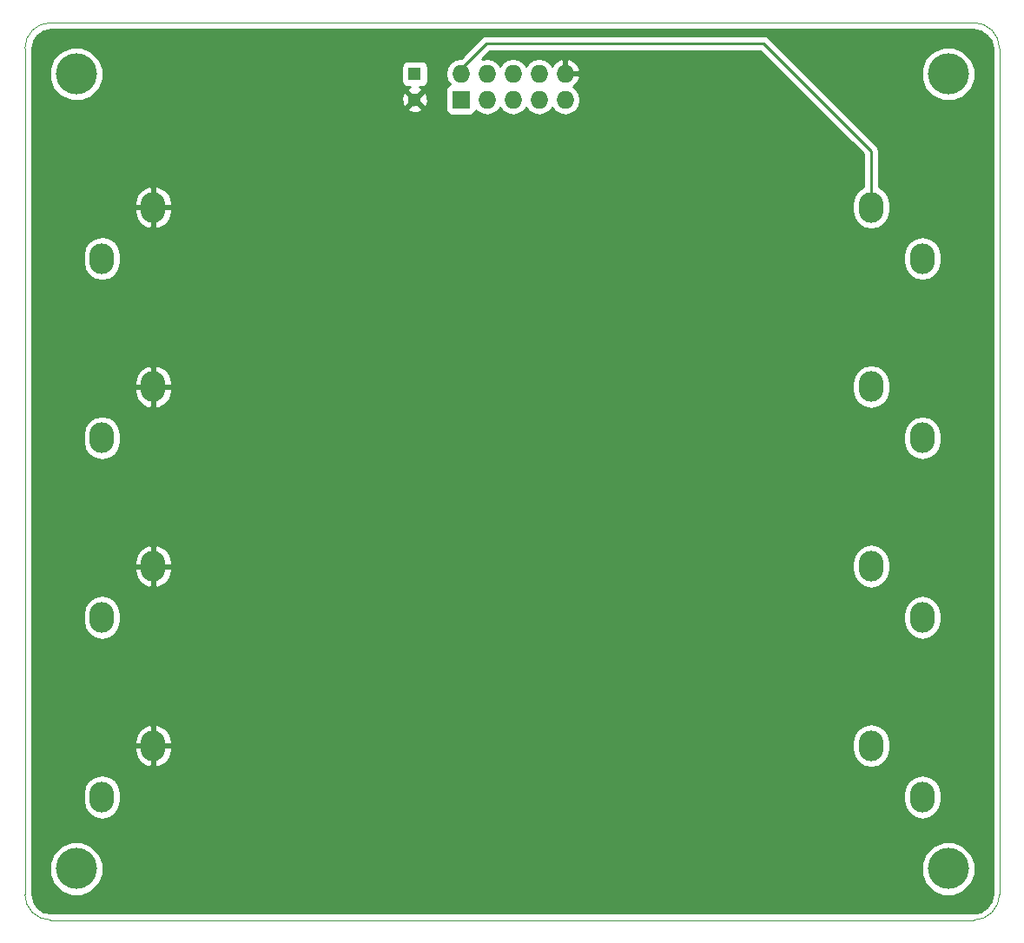
<source format=gbl>
G04 #@! TF.FileFunction,Copper,L2,Bot,Signal*
%FSLAX46Y46*%
G04 Gerber Fmt 4.6, Leading zero omitted, Abs format (unit mm)*
G04 Created by KiCad (PCBNEW (2015-01-16 BZR 5376)-product) date 26/03/2015 17:18:18*
%MOMM*%
G01*
G04 APERTURE LIST*
%ADD10C,0.100000*%
%ADD11R,1.300000X1.300000*%
%ADD12C,1.300000*%
%ADD13O,2.400000X3.000000*%
%ADD14R,1.727200X1.727200*%
%ADD15O,1.727200X1.727200*%
%ADD16C,4.000000*%
%ADD17C,0.254000*%
G04 APERTURE END LIST*
D10*
X85000000Y-127500000D02*
X85000000Y-130000000D01*
X180000000Y-127500000D02*
X180000000Y-130000000D01*
X85000000Y-125000000D02*
X85000000Y-127500000D01*
X180000000Y-125000000D02*
X180000000Y-127500000D01*
X85000000Y-125000000D02*
X85000000Y-47500000D01*
X177500000Y-132500000D02*
X87500000Y-132500000D01*
X180000000Y-47500000D02*
X180000000Y-125000000D01*
X87500000Y-45000000D02*
G75*
G03X85000000Y-47500000I0J-2500000D01*
G01*
X85000000Y-130000000D02*
G75*
G03X87500000Y-132500000I2500000J0D01*
G01*
X177500000Y-132500000D02*
G75*
G03X180000000Y-130000000I0J2500000D01*
G01*
X180000000Y-47500000D02*
G75*
G03X177500000Y-45000000I-2500000J0D01*
G01*
X87500000Y-45000000D02*
X177500000Y-45000000D01*
D11*
X123000000Y-50000000D03*
D12*
X123000000Y-52500000D03*
D13*
X97500000Y-63000000D03*
X92500000Y-68000000D03*
X167500000Y-63000000D03*
X172500000Y-68000000D03*
X97500000Y-80500000D03*
X92500000Y-85500000D03*
X167500000Y-80500000D03*
X172500000Y-85500000D03*
X97500000Y-98000000D03*
X92500000Y-103000000D03*
X167500000Y-98000000D03*
X172500000Y-103000000D03*
X97500000Y-115500000D03*
X92500000Y-120500000D03*
X167500000Y-115500000D03*
X172500000Y-120500000D03*
D14*
X127500000Y-52500000D03*
D15*
X127500000Y-49960000D03*
X130040000Y-52500000D03*
X130040000Y-49960000D03*
X132580000Y-52500000D03*
X132580000Y-49960000D03*
X135120000Y-52500000D03*
X135120000Y-49960000D03*
X137660000Y-52500000D03*
X137660000Y-49960000D03*
D16*
X90000000Y-50000000D03*
X175000000Y-50000000D03*
X90000000Y-127500000D03*
X175000000Y-127500000D03*
D17*
X167500000Y-57500000D02*
X167500000Y-63000000D01*
X157000000Y-47000000D02*
X167500000Y-57500000D01*
X130000000Y-47000000D02*
X157000000Y-47000000D01*
X127500000Y-49500000D02*
X130000000Y-47000000D01*
X127500000Y-49960000D02*
X127500000Y-49500000D01*
G36*
X179315000Y-129932532D02*
X179164442Y-130689435D01*
X178773908Y-131273910D01*
X178189434Y-131664443D01*
X177635457Y-131774635D01*
X177635457Y-126978166D01*
X177635457Y-49478166D01*
X177235147Y-48509342D01*
X176494557Y-47767458D01*
X175526433Y-47365458D01*
X174478166Y-47364543D01*
X173509342Y-47764853D01*
X172767458Y-48505443D01*
X172365458Y-49473567D01*
X172364543Y-50521834D01*
X172764853Y-51490658D01*
X173505443Y-52232542D01*
X174473567Y-52634542D01*
X175521834Y-52635457D01*
X176490658Y-52235147D01*
X177232542Y-51494557D01*
X177634542Y-50526433D01*
X177635457Y-49478166D01*
X177635457Y-126978166D01*
X177235147Y-126009342D01*
X176494557Y-125267458D01*
X175526433Y-124865458D01*
X174478166Y-124864543D01*
X174335000Y-124923697D01*
X174335000Y-120841827D01*
X174335000Y-120158173D01*
X174335000Y-103341827D01*
X174335000Y-102658173D01*
X174335000Y-85841827D01*
X174335000Y-85158173D01*
X174335000Y-68341827D01*
X174335000Y-67658173D01*
X174195319Y-66955949D01*
X173797541Y-66360632D01*
X173202224Y-65962854D01*
X172500000Y-65823173D01*
X171797776Y-65962854D01*
X171202459Y-66360632D01*
X170804681Y-66955949D01*
X170665000Y-67658173D01*
X170665000Y-68341827D01*
X170804681Y-69044051D01*
X171202459Y-69639368D01*
X171797776Y-70037146D01*
X172500000Y-70176827D01*
X173202224Y-70037146D01*
X173797541Y-69639368D01*
X174195319Y-69044051D01*
X174335000Y-68341827D01*
X174335000Y-85158173D01*
X174195319Y-84455949D01*
X173797541Y-83860632D01*
X173202224Y-83462854D01*
X172500000Y-83323173D01*
X171797776Y-83462854D01*
X171202459Y-83860632D01*
X170804681Y-84455949D01*
X170665000Y-85158173D01*
X170665000Y-85841827D01*
X170804681Y-86544051D01*
X171202459Y-87139368D01*
X171797776Y-87537146D01*
X172500000Y-87676827D01*
X173202224Y-87537146D01*
X173797541Y-87139368D01*
X174195319Y-86544051D01*
X174335000Y-85841827D01*
X174335000Y-102658173D01*
X174195319Y-101955949D01*
X173797541Y-101360632D01*
X173202224Y-100962854D01*
X172500000Y-100823173D01*
X171797776Y-100962854D01*
X171202459Y-101360632D01*
X170804681Y-101955949D01*
X170665000Y-102658173D01*
X170665000Y-103341827D01*
X170804681Y-104044051D01*
X171202459Y-104639368D01*
X171797776Y-105037146D01*
X172500000Y-105176827D01*
X173202224Y-105037146D01*
X173797541Y-104639368D01*
X174195319Y-104044051D01*
X174335000Y-103341827D01*
X174335000Y-120158173D01*
X174195319Y-119455949D01*
X173797541Y-118860632D01*
X173202224Y-118462854D01*
X172500000Y-118323173D01*
X171797776Y-118462854D01*
X171202459Y-118860632D01*
X170804681Y-119455949D01*
X170665000Y-120158173D01*
X170665000Y-120841827D01*
X170804681Y-121544051D01*
X171202459Y-122139368D01*
X171797776Y-122537146D01*
X172500000Y-122676827D01*
X173202224Y-122537146D01*
X173797541Y-122139368D01*
X174195319Y-121544051D01*
X174335000Y-120841827D01*
X174335000Y-124923697D01*
X173509342Y-125264853D01*
X172767458Y-126005443D01*
X172365458Y-126973567D01*
X172364543Y-128021834D01*
X172764853Y-128990658D01*
X173505443Y-129732542D01*
X174473567Y-130134542D01*
X175521834Y-130135457D01*
X176490658Y-129735147D01*
X177232542Y-128994557D01*
X177634542Y-128026433D01*
X177635457Y-126978166D01*
X177635457Y-131774635D01*
X177432532Y-131815000D01*
X169335000Y-131815000D01*
X169335000Y-115841827D01*
X169335000Y-115158173D01*
X169335000Y-98341827D01*
X169335000Y-97658173D01*
X169335000Y-80841827D01*
X169335000Y-80158173D01*
X169335000Y-63341827D01*
X169335000Y-62658173D01*
X169195319Y-61955949D01*
X168797541Y-61360632D01*
X168262000Y-61002795D01*
X168262000Y-57500000D01*
X168203996Y-57208395D01*
X168038815Y-56961185D01*
X168038815Y-56961184D01*
X157538815Y-46461185D01*
X157291605Y-46296004D01*
X157000000Y-46238000D01*
X130000000Y-46238000D01*
X129708395Y-46296004D01*
X129461185Y-46461185D01*
X127487927Y-48434442D01*
X126926511Y-48546115D01*
X126440330Y-48870971D01*
X126115474Y-49357152D01*
X126001400Y-49930641D01*
X126001400Y-49989359D01*
X126115474Y-50562848D01*
X126427300Y-51029529D01*
X126394277Y-51035937D01*
X126181473Y-51175727D01*
X126039023Y-51386760D01*
X125988960Y-51636400D01*
X125988960Y-53363600D01*
X126035937Y-53605723D01*
X126175727Y-53818527D01*
X126386760Y-53960977D01*
X126636400Y-54011040D01*
X128363600Y-54011040D01*
X128605723Y-53964063D01*
X128818527Y-53824273D01*
X128960977Y-53613240D01*
X128969179Y-53572340D01*
X128980330Y-53589029D01*
X129466511Y-53913885D01*
X130040000Y-54027959D01*
X130613489Y-53913885D01*
X131099670Y-53589029D01*
X131310000Y-53274248D01*
X131520330Y-53589029D01*
X132006511Y-53913885D01*
X132580000Y-54027959D01*
X133153489Y-53913885D01*
X133639670Y-53589029D01*
X133850000Y-53274248D01*
X134060330Y-53589029D01*
X134546511Y-53913885D01*
X135120000Y-54027959D01*
X135693489Y-53913885D01*
X136179670Y-53589029D01*
X136390000Y-53274248D01*
X136600330Y-53589029D01*
X137086511Y-53913885D01*
X137660000Y-54027959D01*
X138233489Y-53913885D01*
X138719670Y-53589029D01*
X139044526Y-53102848D01*
X139158600Y-52529359D01*
X139158600Y-52470641D01*
X139044526Y-51897152D01*
X138719670Y-51410971D01*
X138448839Y-51230007D01*
X138866821Y-50848490D01*
X139114968Y-50319027D01*
X139114968Y-49600973D01*
X138866821Y-49071510D01*
X138434947Y-48677312D01*
X138019026Y-48505042D01*
X137787000Y-48626183D01*
X137787000Y-49833000D01*
X138994469Y-49833000D01*
X139114968Y-49600973D01*
X139114968Y-50319027D01*
X138994469Y-50087000D01*
X137787000Y-50087000D01*
X137787000Y-50107000D01*
X137533000Y-50107000D01*
X137533000Y-50087000D01*
X137513000Y-50087000D01*
X137513000Y-49833000D01*
X137533000Y-49833000D01*
X137533000Y-48626183D01*
X137300974Y-48505042D01*
X136885053Y-48677312D01*
X136453179Y-49071510D01*
X136395663Y-49194228D01*
X136179670Y-48870971D01*
X135693489Y-48546115D01*
X135120000Y-48432041D01*
X134546511Y-48546115D01*
X134060330Y-48870971D01*
X133850000Y-49185751D01*
X133639670Y-48870971D01*
X133153489Y-48546115D01*
X132580000Y-48432041D01*
X132006511Y-48546115D01*
X131520330Y-48870971D01*
X131310000Y-49185751D01*
X131099670Y-48870971D01*
X130613489Y-48546115D01*
X130040000Y-48432041D01*
X129547655Y-48529974D01*
X130315630Y-47762000D01*
X156684369Y-47762000D01*
X166738000Y-57815630D01*
X166738000Y-61002795D01*
X166202459Y-61360632D01*
X165804681Y-61955949D01*
X165665000Y-62658173D01*
X165665000Y-63341827D01*
X165804681Y-64044051D01*
X166202459Y-64639368D01*
X166797776Y-65037146D01*
X167500000Y-65176827D01*
X168202224Y-65037146D01*
X168797541Y-64639368D01*
X169195319Y-64044051D01*
X169335000Y-63341827D01*
X169335000Y-80158173D01*
X169195319Y-79455949D01*
X168797541Y-78860632D01*
X168202224Y-78462854D01*
X167500000Y-78323173D01*
X166797776Y-78462854D01*
X166202459Y-78860632D01*
X165804681Y-79455949D01*
X165665000Y-80158173D01*
X165665000Y-80841827D01*
X165804681Y-81544051D01*
X166202459Y-82139368D01*
X166797776Y-82537146D01*
X167500000Y-82676827D01*
X168202224Y-82537146D01*
X168797541Y-82139368D01*
X169195319Y-81544051D01*
X169335000Y-80841827D01*
X169335000Y-97658173D01*
X169195319Y-96955949D01*
X168797541Y-96360632D01*
X168202224Y-95962854D01*
X167500000Y-95823173D01*
X166797776Y-95962854D01*
X166202459Y-96360632D01*
X165804681Y-96955949D01*
X165665000Y-97658173D01*
X165665000Y-98341827D01*
X165804681Y-99044051D01*
X166202459Y-99639368D01*
X166797776Y-100037146D01*
X167500000Y-100176827D01*
X168202224Y-100037146D01*
X168797541Y-99639368D01*
X169195319Y-99044051D01*
X169335000Y-98341827D01*
X169335000Y-115158173D01*
X169195319Y-114455949D01*
X168797541Y-113860632D01*
X168202224Y-113462854D01*
X167500000Y-113323173D01*
X166797776Y-113462854D01*
X166202459Y-113860632D01*
X165804681Y-114455949D01*
X165665000Y-115158173D01*
X165665000Y-115841827D01*
X165804681Y-116544051D01*
X166202459Y-117139368D01*
X166797776Y-117537146D01*
X167500000Y-117676827D01*
X168202224Y-117537146D01*
X168797541Y-117139368D01*
X169195319Y-116544051D01*
X169335000Y-115841827D01*
X169335000Y-131815000D01*
X124297622Y-131815000D01*
X124297622Y-52680922D01*
X124297440Y-52677777D01*
X124297440Y-50650000D01*
X124297440Y-49350000D01*
X124250463Y-49107877D01*
X124110673Y-48895073D01*
X123899640Y-48752623D01*
X123650000Y-48702560D01*
X122350000Y-48702560D01*
X122107877Y-48749537D01*
X121895073Y-48889327D01*
X121752623Y-49100360D01*
X121702560Y-49350000D01*
X121702560Y-50650000D01*
X121749537Y-50892123D01*
X121889327Y-51104927D01*
X122100360Y-51247377D01*
X122350000Y-51297440D01*
X122512385Y-51297440D01*
X122336271Y-51370389D01*
X122280590Y-51600984D01*
X123000000Y-52320395D01*
X123719410Y-51600984D01*
X123663729Y-51370389D01*
X123454098Y-51297440D01*
X123650000Y-51297440D01*
X123892123Y-51250463D01*
X124104927Y-51110673D01*
X124247377Y-50899640D01*
X124297440Y-50650000D01*
X124297440Y-52677777D01*
X124268083Y-52170572D01*
X124129611Y-51836271D01*
X123899016Y-51780590D01*
X123179605Y-52500000D01*
X123899016Y-53219410D01*
X124129611Y-53163729D01*
X124297622Y-52680922D01*
X124297622Y-131815000D01*
X123719410Y-131815000D01*
X123719410Y-53399016D01*
X123000000Y-52679605D01*
X122820395Y-52859210D01*
X122820395Y-52500000D01*
X122100984Y-51780590D01*
X121870389Y-51836271D01*
X121702378Y-52319078D01*
X121731917Y-52829428D01*
X121870389Y-53163729D01*
X122100984Y-53219410D01*
X122820395Y-52500000D01*
X122820395Y-52859210D01*
X122280590Y-53399016D01*
X122336271Y-53629611D01*
X122819078Y-53797622D01*
X123329428Y-53768083D01*
X123663729Y-53629611D01*
X123719410Y-53399016D01*
X123719410Y-131815000D01*
X99335000Y-131815000D01*
X99335000Y-115927000D01*
X99335000Y-115627000D01*
X99335000Y-115373000D01*
X99335000Y-115073000D01*
X99335000Y-98427000D01*
X99335000Y-98127000D01*
X99335000Y-97873000D01*
X99335000Y-97573000D01*
X99335000Y-80927000D01*
X99335000Y-80627000D01*
X99335000Y-80373000D01*
X99335000Y-80073000D01*
X99335000Y-63427000D01*
X99335000Y-63127000D01*
X99335000Y-62873000D01*
X99335000Y-62573000D01*
X99146718Y-61880443D01*
X98707738Y-61312656D01*
X98084891Y-60956080D01*
X97911805Y-60911805D01*
X97627000Y-61028568D01*
X97627000Y-62873000D01*
X99335000Y-62873000D01*
X99335000Y-63127000D01*
X97627000Y-63127000D01*
X97627000Y-64971432D01*
X97911805Y-65088195D01*
X98084891Y-65043920D01*
X98707738Y-64687344D01*
X99146718Y-64119557D01*
X99335000Y-63427000D01*
X99335000Y-80073000D01*
X99146718Y-79380443D01*
X98707738Y-78812656D01*
X98084891Y-78456080D01*
X97911805Y-78411805D01*
X97627000Y-78528568D01*
X97627000Y-80373000D01*
X99335000Y-80373000D01*
X99335000Y-80627000D01*
X97627000Y-80627000D01*
X97627000Y-82471432D01*
X97911805Y-82588195D01*
X98084891Y-82543920D01*
X98707738Y-82187344D01*
X99146718Y-81619557D01*
X99335000Y-80927000D01*
X99335000Y-97573000D01*
X99146718Y-96880443D01*
X98707738Y-96312656D01*
X98084891Y-95956080D01*
X97911805Y-95911805D01*
X97627000Y-96028568D01*
X97627000Y-97873000D01*
X99335000Y-97873000D01*
X99335000Y-98127000D01*
X97627000Y-98127000D01*
X97627000Y-99971432D01*
X97911805Y-100088195D01*
X98084891Y-100043920D01*
X98707738Y-99687344D01*
X99146718Y-99119557D01*
X99335000Y-98427000D01*
X99335000Y-115073000D01*
X99146718Y-114380443D01*
X98707738Y-113812656D01*
X98084891Y-113456080D01*
X97911805Y-113411805D01*
X97627000Y-113528568D01*
X97627000Y-115373000D01*
X99335000Y-115373000D01*
X99335000Y-115627000D01*
X97627000Y-115627000D01*
X97627000Y-117471432D01*
X97911805Y-117588195D01*
X98084891Y-117543920D01*
X98707738Y-117187344D01*
X99146718Y-116619557D01*
X99335000Y-115927000D01*
X99335000Y-131815000D01*
X97373000Y-131815000D01*
X97373000Y-117471432D01*
X97373000Y-115627000D01*
X97373000Y-115373000D01*
X97373000Y-113528568D01*
X97373000Y-99971432D01*
X97373000Y-98127000D01*
X97373000Y-97873000D01*
X97373000Y-96028568D01*
X97373000Y-82471432D01*
X97373000Y-80627000D01*
X97373000Y-80373000D01*
X97373000Y-78528568D01*
X97373000Y-64971432D01*
X97373000Y-63127000D01*
X97373000Y-62873000D01*
X97373000Y-61028568D01*
X97088195Y-60911805D01*
X96915109Y-60956080D01*
X96292262Y-61312656D01*
X95853282Y-61880443D01*
X95665000Y-62573000D01*
X95665000Y-62873000D01*
X97373000Y-62873000D01*
X97373000Y-63127000D01*
X95665000Y-63127000D01*
X95665000Y-63427000D01*
X95853282Y-64119557D01*
X96292262Y-64687344D01*
X96915109Y-65043920D01*
X97088195Y-65088195D01*
X97373000Y-64971432D01*
X97373000Y-78528568D01*
X97088195Y-78411805D01*
X96915109Y-78456080D01*
X96292262Y-78812656D01*
X95853282Y-79380443D01*
X95665000Y-80073000D01*
X95665000Y-80373000D01*
X97373000Y-80373000D01*
X97373000Y-80627000D01*
X95665000Y-80627000D01*
X95665000Y-80927000D01*
X95853282Y-81619557D01*
X96292262Y-82187344D01*
X96915109Y-82543920D01*
X97088195Y-82588195D01*
X97373000Y-82471432D01*
X97373000Y-96028568D01*
X97088195Y-95911805D01*
X96915109Y-95956080D01*
X96292262Y-96312656D01*
X95853282Y-96880443D01*
X95665000Y-97573000D01*
X95665000Y-97873000D01*
X97373000Y-97873000D01*
X97373000Y-98127000D01*
X95665000Y-98127000D01*
X95665000Y-98427000D01*
X95853282Y-99119557D01*
X96292262Y-99687344D01*
X96915109Y-100043920D01*
X97088195Y-100088195D01*
X97373000Y-99971432D01*
X97373000Y-113528568D01*
X97088195Y-113411805D01*
X96915109Y-113456080D01*
X96292262Y-113812656D01*
X95853282Y-114380443D01*
X95665000Y-115073000D01*
X95665000Y-115373000D01*
X97373000Y-115373000D01*
X97373000Y-115627000D01*
X95665000Y-115627000D01*
X95665000Y-115927000D01*
X95853282Y-116619557D01*
X96292262Y-117187344D01*
X96915109Y-117543920D01*
X97088195Y-117588195D01*
X97373000Y-117471432D01*
X97373000Y-131815000D01*
X94335000Y-131815000D01*
X94335000Y-120841827D01*
X94335000Y-120158173D01*
X94335000Y-103341827D01*
X94335000Y-102658173D01*
X94335000Y-85841827D01*
X94335000Y-85158173D01*
X94335000Y-68341827D01*
X94335000Y-67658173D01*
X94195319Y-66955949D01*
X93797541Y-66360632D01*
X93202224Y-65962854D01*
X92635457Y-65850117D01*
X92635457Y-49478166D01*
X92235147Y-48509342D01*
X91494557Y-47767458D01*
X90526433Y-47365458D01*
X89478166Y-47364543D01*
X88509342Y-47764853D01*
X87767458Y-48505443D01*
X87365458Y-49473567D01*
X87364543Y-50521834D01*
X87764853Y-51490658D01*
X88505443Y-52232542D01*
X89473567Y-52634542D01*
X90521834Y-52635457D01*
X91490658Y-52235147D01*
X92232542Y-51494557D01*
X92634542Y-50526433D01*
X92635457Y-49478166D01*
X92635457Y-65850117D01*
X92500000Y-65823173D01*
X91797776Y-65962854D01*
X91202459Y-66360632D01*
X90804681Y-66955949D01*
X90665000Y-67658173D01*
X90665000Y-68341827D01*
X90804681Y-69044051D01*
X91202459Y-69639368D01*
X91797776Y-70037146D01*
X92500000Y-70176827D01*
X93202224Y-70037146D01*
X93797541Y-69639368D01*
X94195319Y-69044051D01*
X94335000Y-68341827D01*
X94335000Y-85158173D01*
X94195319Y-84455949D01*
X93797541Y-83860632D01*
X93202224Y-83462854D01*
X92500000Y-83323173D01*
X91797776Y-83462854D01*
X91202459Y-83860632D01*
X90804681Y-84455949D01*
X90665000Y-85158173D01*
X90665000Y-85841827D01*
X90804681Y-86544051D01*
X91202459Y-87139368D01*
X91797776Y-87537146D01*
X92500000Y-87676827D01*
X93202224Y-87537146D01*
X93797541Y-87139368D01*
X94195319Y-86544051D01*
X94335000Y-85841827D01*
X94335000Y-102658173D01*
X94195319Y-101955949D01*
X93797541Y-101360632D01*
X93202224Y-100962854D01*
X92500000Y-100823173D01*
X91797776Y-100962854D01*
X91202459Y-101360632D01*
X90804681Y-101955949D01*
X90665000Y-102658173D01*
X90665000Y-103341827D01*
X90804681Y-104044051D01*
X91202459Y-104639368D01*
X91797776Y-105037146D01*
X92500000Y-105176827D01*
X93202224Y-105037146D01*
X93797541Y-104639368D01*
X94195319Y-104044051D01*
X94335000Y-103341827D01*
X94335000Y-120158173D01*
X94195319Y-119455949D01*
X93797541Y-118860632D01*
X93202224Y-118462854D01*
X92500000Y-118323173D01*
X91797776Y-118462854D01*
X91202459Y-118860632D01*
X90804681Y-119455949D01*
X90665000Y-120158173D01*
X90665000Y-120841827D01*
X90804681Y-121544051D01*
X91202459Y-122139368D01*
X91797776Y-122537146D01*
X92500000Y-122676827D01*
X93202224Y-122537146D01*
X93797541Y-122139368D01*
X94195319Y-121544051D01*
X94335000Y-120841827D01*
X94335000Y-131815000D01*
X92635457Y-131815000D01*
X92635457Y-126978166D01*
X92235147Y-126009342D01*
X91494557Y-125267458D01*
X90526433Y-124865458D01*
X89478166Y-124864543D01*
X88509342Y-125264853D01*
X87767458Y-126005443D01*
X87365458Y-126973567D01*
X87364543Y-128021834D01*
X87764853Y-128990658D01*
X88505443Y-129732542D01*
X89473567Y-130134542D01*
X90521834Y-130135457D01*
X91490658Y-129735147D01*
X92232542Y-128994557D01*
X92634542Y-128026433D01*
X92635457Y-126978166D01*
X92635457Y-131815000D01*
X87567467Y-131815000D01*
X86810564Y-131664442D01*
X86226089Y-131273908D01*
X85835556Y-130689434D01*
X85685000Y-129932532D01*
X85685000Y-127500000D01*
X85685000Y-125000000D01*
X85685000Y-47567467D01*
X85835556Y-46810565D01*
X86226089Y-46226091D01*
X86810564Y-45835557D01*
X87567467Y-45685000D01*
X177432532Y-45685000D01*
X178189434Y-45835556D01*
X178773908Y-46226089D01*
X179164442Y-46810564D01*
X179315000Y-47567467D01*
X179315000Y-125000000D01*
X179315000Y-127500000D01*
X179315000Y-129932532D01*
X179315000Y-129932532D01*
G37*
X179315000Y-129932532D02*
X179164442Y-130689435D01*
X178773908Y-131273910D01*
X178189434Y-131664443D01*
X177635457Y-131774635D01*
X177635457Y-126978166D01*
X177635457Y-49478166D01*
X177235147Y-48509342D01*
X176494557Y-47767458D01*
X175526433Y-47365458D01*
X174478166Y-47364543D01*
X173509342Y-47764853D01*
X172767458Y-48505443D01*
X172365458Y-49473567D01*
X172364543Y-50521834D01*
X172764853Y-51490658D01*
X173505443Y-52232542D01*
X174473567Y-52634542D01*
X175521834Y-52635457D01*
X176490658Y-52235147D01*
X177232542Y-51494557D01*
X177634542Y-50526433D01*
X177635457Y-49478166D01*
X177635457Y-126978166D01*
X177235147Y-126009342D01*
X176494557Y-125267458D01*
X175526433Y-124865458D01*
X174478166Y-124864543D01*
X174335000Y-124923697D01*
X174335000Y-120841827D01*
X174335000Y-120158173D01*
X174335000Y-103341827D01*
X174335000Y-102658173D01*
X174335000Y-85841827D01*
X174335000Y-85158173D01*
X174335000Y-68341827D01*
X174335000Y-67658173D01*
X174195319Y-66955949D01*
X173797541Y-66360632D01*
X173202224Y-65962854D01*
X172500000Y-65823173D01*
X171797776Y-65962854D01*
X171202459Y-66360632D01*
X170804681Y-66955949D01*
X170665000Y-67658173D01*
X170665000Y-68341827D01*
X170804681Y-69044051D01*
X171202459Y-69639368D01*
X171797776Y-70037146D01*
X172500000Y-70176827D01*
X173202224Y-70037146D01*
X173797541Y-69639368D01*
X174195319Y-69044051D01*
X174335000Y-68341827D01*
X174335000Y-85158173D01*
X174195319Y-84455949D01*
X173797541Y-83860632D01*
X173202224Y-83462854D01*
X172500000Y-83323173D01*
X171797776Y-83462854D01*
X171202459Y-83860632D01*
X170804681Y-84455949D01*
X170665000Y-85158173D01*
X170665000Y-85841827D01*
X170804681Y-86544051D01*
X171202459Y-87139368D01*
X171797776Y-87537146D01*
X172500000Y-87676827D01*
X173202224Y-87537146D01*
X173797541Y-87139368D01*
X174195319Y-86544051D01*
X174335000Y-85841827D01*
X174335000Y-102658173D01*
X174195319Y-101955949D01*
X173797541Y-101360632D01*
X173202224Y-100962854D01*
X172500000Y-100823173D01*
X171797776Y-100962854D01*
X171202459Y-101360632D01*
X170804681Y-101955949D01*
X170665000Y-102658173D01*
X170665000Y-103341827D01*
X170804681Y-104044051D01*
X171202459Y-104639368D01*
X171797776Y-105037146D01*
X172500000Y-105176827D01*
X173202224Y-105037146D01*
X173797541Y-104639368D01*
X174195319Y-104044051D01*
X174335000Y-103341827D01*
X174335000Y-120158173D01*
X174195319Y-119455949D01*
X173797541Y-118860632D01*
X173202224Y-118462854D01*
X172500000Y-118323173D01*
X171797776Y-118462854D01*
X171202459Y-118860632D01*
X170804681Y-119455949D01*
X170665000Y-120158173D01*
X170665000Y-120841827D01*
X170804681Y-121544051D01*
X171202459Y-122139368D01*
X171797776Y-122537146D01*
X172500000Y-122676827D01*
X173202224Y-122537146D01*
X173797541Y-122139368D01*
X174195319Y-121544051D01*
X174335000Y-120841827D01*
X174335000Y-124923697D01*
X173509342Y-125264853D01*
X172767458Y-126005443D01*
X172365458Y-126973567D01*
X172364543Y-128021834D01*
X172764853Y-128990658D01*
X173505443Y-129732542D01*
X174473567Y-130134542D01*
X175521834Y-130135457D01*
X176490658Y-129735147D01*
X177232542Y-128994557D01*
X177634542Y-128026433D01*
X177635457Y-126978166D01*
X177635457Y-131774635D01*
X177432532Y-131815000D01*
X169335000Y-131815000D01*
X169335000Y-115841827D01*
X169335000Y-115158173D01*
X169335000Y-98341827D01*
X169335000Y-97658173D01*
X169335000Y-80841827D01*
X169335000Y-80158173D01*
X169335000Y-63341827D01*
X169335000Y-62658173D01*
X169195319Y-61955949D01*
X168797541Y-61360632D01*
X168262000Y-61002795D01*
X168262000Y-57500000D01*
X168203996Y-57208395D01*
X168038815Y-56961185D01*
X168038815Y-56961184D01*
X157538815Y-46461185D01*
X157291605Y-46296004D01*
X157000000Y-46238000D01*
X130000000Y-46238000D01*
X129708395Y-46296004D01*
X129461185Y-46461185D01*
X127487927Y-48434442D01*
X126926511Y-48546115D01*
X126440330Y-48870971D01*
X126115474Y-49357152D01*
X126001400Y-49930641D01*
X126001400Y-49989359D01*
X126115474Y-50562848D01*
X126427300Y-51029529D01*
X126394277Y-51035937D01*
X126181473Y-51175727D01*
X126039023Y-51386760D01*
X125988960Y-51636400D01*
X125988960Y-53363600D01*
X126035937Y-53605723D01*
X126175727Y-53818527D01*
X126386760Y-53960977D01*
X126636400Y-54011040D01*
X128363600Y-54011040D01*
X128605723Y-53964063D01*
X128818527Y-53824273D01*
X128960977Y-53613240D01*
X128969179Y-53572340D01*
X128980330Y-53589029D01*
X129466511Y-53913885D01*
X130040000Y-54027959D01*
X130613489Y-53913885D01*
X131099670Y-53589029D01*
X131310000Y-53274248D01*
X131520330Y-53589029D01*
X132006511Y-53913885D01*
X132580000Y-54027959D01*
X133153489Y-53913885D01*
X133639670Y-53589029D01*
X133850000Y-53274248D01*
X134060330Y-53589029D01*
X134546511Y-53913885D01*
X135120000Y-54027959D01*
X135693489Y-53913885D01*
X136179670Y-53589029D01*
X136390000Y-53274248D01*
X136600330Y-53589029D01*
X137086511Y-53913885D01*
X137660000Y-54027959D01*
X138233489Y-53913885D01*
X138719670Y-53589029D01*
X139044526Y-53102848D01*
X139158600Y-52529359D01*
X139158600Y-52470641D01*
X139044526Y-51897152D01*
X138719670Y-51410971D01*
X138448839Y-51230007D01*
X138866821Y-50848490D01*
X139114968Y-50319027D01*
X139114968Y-49600973D01*
X138866821Y-49071510D01*
X138434947Y-48677312D01*
X138019026Y-48505042D01*
X137787000Y-48626183D01*
X137787000Y-49833000D01*
X138994469Y-49833000D01*
X139114968Y-49600973D01*
X139114968Y-50319027D01*
X138994469Y-50087000D01*
X137787000Y-50087000D01*
X137787000Y-50107000D01*
X137533000Y-50107000D01*
X137533000Y-50087000D01*
X137513000Y-50087000D01*
X137513000Y-49833000D01*
X137533000Y-49833000D01*
X137533000Y-48626183D01*
X137300974Y-48505042D01*
X136885053Y-48677312D01*
X136453179Y-49071510D01*
X136395663Y-49194228D01*
X136179670Y-48870971D01*
X135693489Y-48546115D01*
X135120000Y-48432041D01*
X134546511Y-48546115D01*
X134060330Y-48870971D01*
X133850000Y-49185751D01*
X133639670Y-48870971D01*
X133153489Y-48546115D01*
X132580000Y-48432041D01*
X132006511Y-48546115D01*
X131520330Y-48870971D01*
X131310000Y-49185751D01*
X131099670Y-48870971D01*
X130613489Y-48546115D01*
X130040000Y-48432041D01*
X129547655Y-48529974D01*
X130315630Y-47762000D01*
X156684369Y-47762000D01*
X166738000Y-57815630D01*
X166738000Y-61002795D01*
X166202459Y-61360632D01*
X165804681Y-61955949D01*
X165665000Y-62658173D01*
X165665000Y-63341827D01*
X165804681Y-64044051D01*
X166202459Y-64639368D01*
X166797776Y-65037146D01*
X167500000Y-65176827D01*
X168202224Y-65037146D01*
X168797541Y-64639368D01*
X169195319Y-64044051D01*
X169335000Y-63341827D01*
X169335000Y-80158173D01*
X169195319Y-79455949D01*
X168797541Y-78860632D01*
X168202224Y-78462854D01*
X167500000Y-78323173D01*
X166797776Y-78462854D01*
X166202459Y-78860632D01*
X165804681Y-79455949D01*
X165665000Y-80158173D01*
X165665000Y-80841827D01*
X165804681Y-81544051D01*
X166202459Y-82139368D01*
X166797776Y-82537146D01*
X167500000Y-82676827D01*
X168202224Y-82537146D01*
X168797541Y-82139368D01*
X169195319Y-81544051D01*
X169335000Y-80841827D01*
X169335000Y-97658173D01*
X169195319Y-96955949D01*
X168797541Y-96360632D01*
X168202224Y-95962854D01*
X167500000Y-95823173D01*
X166797776Y-95962854D01*
X166202459Y-96360632D01*
X165804681Y-96955949D01*
X165665000Y-97658173D01*
X165665000Y-98341827D01*
X165804681Y-99044051D01*
X166202459Y-99639368D01*
X166797776Y-100037146D01*
X167500000Y-100176827D01*
X168202224Y-100037146D01*
X168797541Y-99639368D01*
X169195319Y-99044051D01*
X169335000Y-98341827D01*
X169335000Y-115158173D01*
X169195319Y-114455949D01*
X168797541Y-113860632D01*
X168202224Y-113462854D01*
X167500000Y-113323173D01*
X166797776Y-113462854D01*
X166202459Y-113860632D01*
X165804681Y-114455949D01*
X165665000Y-115158173D01*
X165665000Y-115841827D01*
X165804681Y-116544051D01*
X166202459Y-117139368D01*
X166797776Y-117537146D01*
X167500000Y-117676827D01*
X168202224Y-117537146D01*
X168797541Y-117139368D01*
X169195319Y-116544051D01*
X169335000Y-115841827D01*
X169335000Y-131815000D01*
X124297622Y-131815000D01*
X124297622Y-52680922D01*
X124297440Y-52677777D01*
X124297440Y-50650000D01*
X124297440Y-49350000D01*
X124250463Y-49107877D01*
X124110673Y-48895073D01*
X123899640Y-48752623D01*
X123650000Y-48702560D01*
X122350000Y-48702560D01*
X122107877Y-48749537D01*
X121895073Y-48889327D01*
X121752623Y-49100360D01*
X121702560Y-49350000D01*
X121702560Y-50650000D01*
X121749537Y-50892123D01*
X121889327Y-51104927D01*
X122100360Y-51247377D01*
X122350000Y-51297440D01*
X122512385Y-51297440D01*
X122336271Y-51370389D01*
X122280590Y-51600984D01*
X123000000Y-52320395D01*
X123719410Y-51600984D01*
X123663729Y-51370389D01*
X123454098Y-51297440D01*
X123650000Y-51297440D01*
X123892123Y-51250463D01*
X124104927Y-51110673D01*
X124247377Y-50899640D01*
X124297440Y-50650000D01*
X124297440Y-52677777D01*
X124268083Y-52170572D01*
X124129611Y-51836271D01*
X123899016Y-51780590D01*
X123179605Y-52500000D01*
X123899016Y-53219410D01*
X124129611Y-53163729D01*
X124297622Y-52680922D01*
X124297622Y-131815000D01*
X123719410Y-131815000D01*
X123719410Y-53399016D01*
X123000000Y-52679605D01*
X122820395Y-52859210D01*
X122820395Y-52500000D01*
X122100984Y-51780590D01*
X121870389Y-51836271D01*
X121702378Y-52319078D01*
X121731917Y-52829428D01*
X121870389Y-53163729D01*
X122100984Y-53219410D01*
X122820395Y-52500000D01*
X122820395Y-52859210D01*
X122280590Y-53399016D01*
X122336271Y-53629611D01*
X122819078Y-53797622D01*
X123329428Y-53768083D01*
X123663729Y-53629611D01*
X123719410Y-53399016D01*
X123719410Y-131815000D01*
X99335000Y-131815000D01*
X99335000Y-115927000D01*
X99335000Y-115627000D01*
X99335000Y-115373000D01*
X99335000Y-115073000D01*
X99335000Y-98427000D01*
X99335000Y-98127000D01*
X99335000Y-97873000D01*
X99335000Y-97573000D01*
X99335000Y-80927000D01*
X99335000Y-80627000D01*
X99335000Y-80373000D01*
X99335000Y-80073000D01*
X99335000Y-63427000D01*
X99335000Y-63127000D01*
X99335000Y-62873000D01*
X99335000Y-62573000D01*
X99146718Y-61880443D01*
X98707738Y-61312656D01*
X98084891Y-60956080D01*
X97911805Y-60911805D01*
X97627000Y-61028568D01*
X97627000Y-62873000D01*
X99335000Y-62873000D01*
X99335000Y-63127000D01*
X97627000Y-63127000D01*
X97627000Y-64971432D01*
X97911805Y-65088195D01*
X98084891Y-65043920D01*
X98707738Y-64687344D01*
X99146718Y-64119557D01*
X99335000Y-63427000D01*
X99335000Y-80073000D01*
X99146718Y-79380443D01*
X98707738Y-78812656D01*
X98084891Y-78456080D01*
X97911805Y-78411805D01*
X97627000Y-78528568D01*
X97627000Y-80373000D01*
X99335000Y-80373000D01*
X99335000Y-80627000D01*
X97627000Y-80627000D01*
X97627000Y-82471432D01*
X97911805Y-82588195D01*
X98084891Y-82543920D01*
X98707738Y-82187344D01*
X99146718Y-81619557D01*
X99335000Y-80927000D01*
X99335000Y-97573000D01*
X99146718Y-96880443D01*
X98707738Y-96312656D01*
X98084891Y-95956080D01*
X97911805Y-95911805D01*
X97627000Y-96028568D01*
X97627000Y-97873000D01*
X99335000Y-97873000D01*
X99335000Y-98127000D01*
X97627000Y-98127000D01*
X97627000Y-99971432D01*
X97911805Y-100088195D01*
X98084891Y-100043920D01*
X98707738Y-99687344D01*
X99146718Y-99119557D01*
X99335000Y-98427000D01*
X99335000Y-115073000D01*
X99146718Y-114380443D01*
X98707738Y-113812656D01*
X98084891Y-113456080D01*
X97911805Y-113411805D01*
X97627000Y-113528568D01*
X97627000Y-115373000D01*
X99335000Y-115373000D01*
X99335000Y-115627000D01*
X97627000Y-115627000D01*
X97627000Y-117471432D01*
X97911805Y-117588195D01*
X98084891Y-117543920D01*
X98707738Y-117187344D01*
X99146718Y-116619557D01*
X99335000Y-115927000D01*
X99335000Y-131815000D01*
X97373000Y-131815000D01*
X97373000Y-117471432D01*
X97373000Y-115627000D01*
X97373000Y-115373000D01*
X97373000Y-113528568D01*
X97373000Y-99971432D01*
X97373000Y-98127000D01*
X97373000Y-97873000D01*
X97373000Y-96028568D01*
X97373000Y-82471432D01*
X97373000Y-80627000D01*
X97373000Y-80373000D01*
X97373000Y-78528568D01*
X97373000Y-64971432D01*
X97373000Y-63127000D01*
X97373000Y-62873000D01*
X97373000Y-61028568D01*
X97088195Y-60911805D01*
X96915109Y-60956080D01*
X96292262Y-61312656D01*
X95853282Y-61880443D01*
X95665000Y-62573000D01*
X95665000Y-62873000D01*
X97373000Y-62873000D01*
X97373000Y-63127000D01*
X95665000Y-63127000D01*
X95665000Y-63427000D01*
X95853282Y-64119557D01*
X96292262Y-64687344D01*
X96915109Y-65043920D01*
X97088195Y-65088195D01*
X97373000Y-64971432D01*
X97373000Y-78528568D01*
X97088195Y-78411805D01*
X96915109Y-78456080D01*
X96292262Y-78812656D01*
X95853282Y-79380443D01*
X95665000Y-80073000D01*
X95665000Y-80373000D01*
X97373000Y-80373000D01*
X97373000Y-80627000D01*
X95665000Y-80627000D01*
X95665000Y-80927000D01*
X95853282Y-81619557D01*
X96292262Y-82187344D01*
X96915109Y-82543920D01*
X97088195Y-82588195D01*
X97373000Y-82471432D01*
X97373000Y-96028568D01*
X97088195Y-95911805D01*
X96915109Y-95956080D01*
X96292262Y-96312656D01*
X95853282Y-96880443D01*
X95665000Y-97573000D01*
X95665000Y-97873000D01*
X97373000Y-97873000D01*
X97373000Y-98127000D01*
X95665000Y-98127000D01*
X95665000Y-98427000D01*
X95853282Y-99119557D01*
X96292262Y-99687344D01*
X96915109Y-100043920D01*
X97088195Y-100088195D01*
X97373000Y-99971432D01*
X97373000Y-113528568D01*
X97088195Y-113411805D01*
X96915109Y-113456080D01*
X96292262Y-113812656D01*
X95853282Y-114380443D01*
X95665000Y-115073000D01*
X95665000Y-115373000D01*
X97373000Y-115373000D01*
X97373000Y-115627000D01*
X95665000Y-115627000D01*
X95665000Y-115927000D01*
X95853282Y-116619557D01*
X96292262Y-117187344D01*
X96915109Y-117543920D01*
X97088195Y-117588195D01*
X97373000Y-117471432D01*
X97373000Y-131815000D01*
X94335000Y-131815000D01*
X94335000Y-120841827D01*
X94335000Y-120158173D01*
X94335000Y-103341827D01*
X94335000Y-102658173D01*
X94335000Y-85841827D01*
X94335000Y-85158173D01*
X94335000Y-68341827D01*
X94335000Y-67658173D01*
X94195319Y-66955949D01*
X93797541Y-66360632D01*
X93202224Y-65962854D01*
X92635457Y-65850117D01*
X92635457Y-49478166D01*
X92235147Y-48509342D01*
X91494557Y-47767458D01*
X90526433Y-47365458D01*
X89478166Y-47364543D01*
X88509342Y-47764853D01*
X87767458Y-48505443D01*
X87365458Y-49473567D01*
X87364543Y-50521834D01*
X87764853Y-51490658D01*
X88505443Y-52232542D01*
X89473567Y-52634542D01*
X90521834Y-52635457D01*
X91490658Y-52235147D01*
X92232542Y-51494557D01*
X92634542Y-50526433D01*
X92635457Y-49478166D01*
X92635457Y-65850117D01*
X92500000Y-65823173D01*
X91797776Y-65962854D01*
X91202459Y-66360632D01*
X90804681Y-66955949D01*
X90665000Y-67658173D01*
X90665000Y-68341827D01*
X90804681Y-69044051D01*
X91202459Y-69639368D01*
X91797776Y-70037146D01*
X92500000Y-70176827D01*
X93202224Y-70037146D01*
X93797541Y-69639368D01*
X94195319Y-69044051D01*
X94335000Y-68341827D01*
X94335000Y-85158173D01*
X94195319Y-84455949D01*
X93797541Y-83860632D01*
X93202224Y-83462854D01*
X92500000Y-83323173D01*
X91797776Y-83462854D01*
X91202459Y-83860632D01*
X90804681Y-84455949D01*
X90665000Y-85158173D01*
X90665000Y-85841827D01*
X90804681Y-86544051D01*
X91202459Y-87139368D01*
X91797776Y-87537146D01*
X92500000Y-87676827D01*
X93202224Y-87537146D01*
X93797541Y-87139368D01*
X94195319Y-86544051D01*
X94335000Y-85841827D01*
X94335000Y-102658173D01*
X94195319Y-101955949D01*
X93797541Y-101360632D01*
X93202224Y-100962854D01*
X92500000Y-100823173D01*
X91797776Y-100962854D01*
X91202459Y-101360632D01*
X90804681Y-101955949D01*
X90665000Y-102658173D01*
X90665000Y-103341827D01*
X90804681Y-104044051D01*
X91202459Y-104639368D01*
X91797776Y-105037146D01*
X92500000Y-105176827D01*
X93202224Y-105037146D01*
X93797541Y-104639368D01*
X94195319Y-104044051D01*
X94335000Y-103341827D01*
X94335000Y-120158173D01*
X94195319Y-119455949D01*
X93797541Y-118860632D01*
X93202224Y-118462854D01*
X92500000Y-118323173D01*
X91797776Y-118462854D01*
X91202459Y-118860632D01*
X90804681Y-119455949D01*
X90665000Y-120158173D01*
X90665000Y-120841827D01*
X90804681Y-121544051D01*
X91202459Y-122139368D01*
X91797776Y-122537146D01*
X92500000Y-122676827D01*
X93202224Y-122537146D01*
X93797541Y-122139368D01*
X94195319Y-121544051D01*
X94335000Y-120841827D01*
X94335000Y-131815000D01*
X92635457Y-131815000D01*
X92635457Y-126978166D01*
X92235147Y-126009342D01*
X91494557Y-125267458D01*
X90526433Y-124865458D01*
X89478166Y-124864543D01*
X88509342Y-125264853D01*
X87767458Y-126005443D01*
X87365458Y-126973567D01*
X87364543Y-128021834D01*
X87764853Y-128990658D01*
X88505443Y-129732542D01*
X89473567Y-130134542D01*
X90521834Y-130135457D01*
X91490658Y-129735147D01*
X92232542Y-128994557D01*
X92634542Y-128026433D01*
X92635457Y-126978166D01*
X92635457Y-131815000D01*
X87567467Y-131815000D01*
X86810564Y-131664442D01*
X86226089Y-131273908D01*
X85835556Y-130689434D01*
X85685000Y-129932532D01*
X85685000Y-127500000D01*
X85685000Y-125000000D01*
X85685000Y-47567467D01*
X85835556Y-46810565D01*
X86226089Y-46226091D01*
X86810564Y-45835557D01*
X87567467Y-45685000D01*
X177432532Y-45685000D01*
X178189434Y-45835556D01*
X178773908Y-46226089D01*
X179164442Y-46810564D01*
X179315000Y-47567467D01*
X179315000Y-125000000D01*
X179315000Y-127500000D01*
X179315000Y-129932532D01*
M02*

</source>
